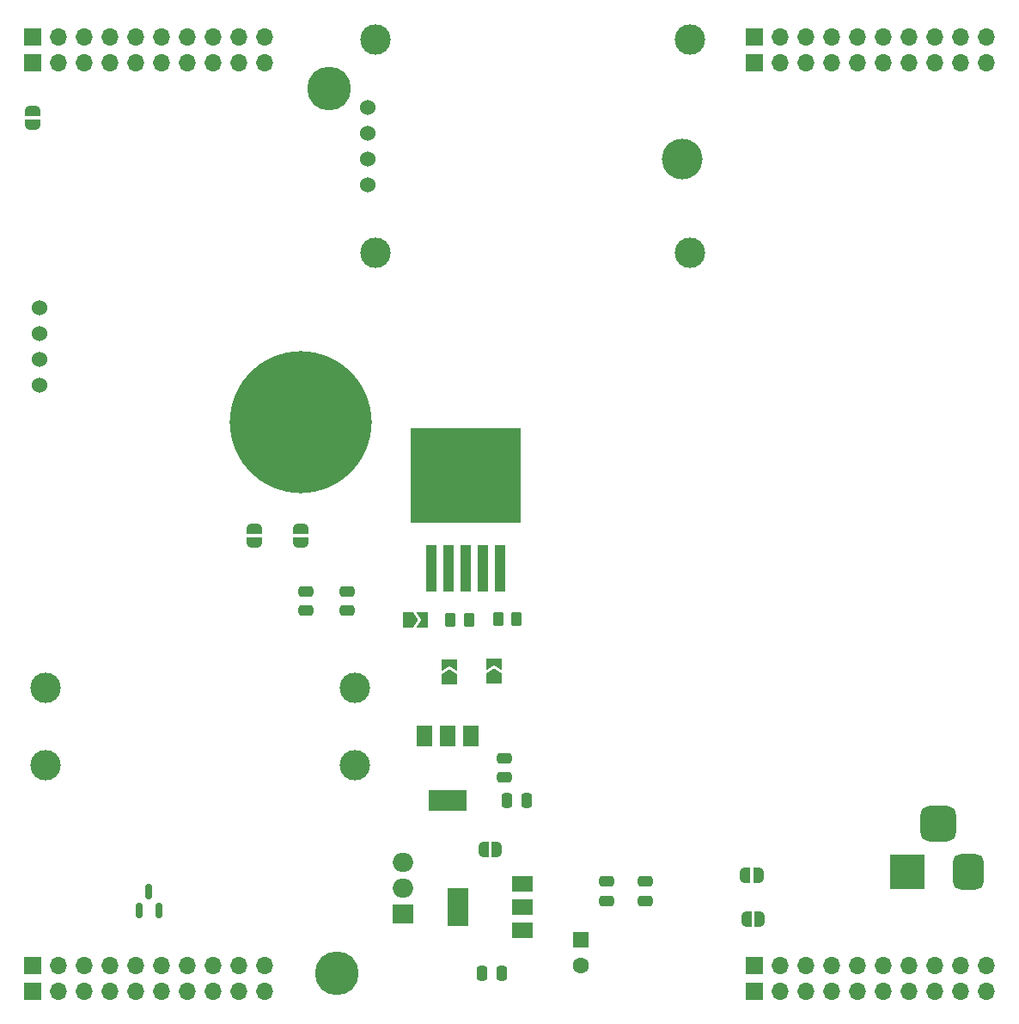
<source format=gbr>
%TF.GenerationSoftware,KiCad,Pcbnew,6.0.7-f9a2dced07~116~ubuntu20.04.1*%
%TF.CreationDate,2022-10-31T14:43:35+01:00*%
%TF.ProjectId,av_citynode_hw,61765f63-6974-4796-9e6f-64655f68772e,rev?*%
%TF.SameCoordinates,Original*%
%TF.FileFunction,Soldermask,Top*%
%TF.FilePolarity,Negative*%
%FSLAX46Y46*%
G04 Gerber Fmt 4.6, Leading zero omitted, Abs format (unit mm)*
G04 Created by KiCad (PCBNEW 6.0.7-f9a2dced07~116~ubuntu20.04.1) date 2022-10-31 14:43:35*
%MOMM*%
%LPD*%
G01*
G04 APERTURE LIST*
G04 Aperture macros list*
%AMRoundRect*
0 Rectangle with rounded corners*
0 $1 Rounding radius*
0 $2 $3 $4 $5 $6 $7 $8 $9 X,Y pos of 4 corners*
0 Add a 4 corners polygon primitive as box body*
4,1,4,$2,$3,$4,$5,$6,$7,$8,$9,$2,$3,0*
0 Add four circle primitives for the rounded corners*
1,1,$1+$1,$2,$3*
1,1,$1+$1,$4,$5*
1,1,$1+$1,$6,$7*
1,1,$1+$1,$8,$9*
0 Add four rect primitives between the rounded corners*
20,1,$1+$1,$2,$3,$4,$5,0*
20,1,$1+$1,$4,$5,$6,$7,0*
20,1,$1+$1,$6,$7,$8,$9,0*
20,1,$1+$1,$8,$9,$2,$3,0*%
%AMFreePoly0*
4,1,22,0.500000,-0.750000,0.000000,-0.750000,0.000000,-0.745033,-0.079941,-0.743568,-0.215256,-0.701293,-0.333266,-0.622738,-0.424486,-0.514219,-0.481581,-0.384460,-0.499164,-0.250000,-0.500000,-0.250000,-0.500000,0.250000,-0.499164,0.250000,-0.499963,0.256109,-0.478152,0.396186,-0.417904,0.524511,-0.324060,0.630769,-0.204165,0.706417,-0.067858,0.745374,0.000000,0.744959,0.000000,0.750000,
0.500000,0.750000,0.500000,-0.750000,0.500000,-0.750000,$1*%
%AMFreePoly1*
4,1,20,0.000000,0.744959,0.073905,0.744508,0.209726,0.703889,0.328688,0.626782,0.421226,0.519385,0.479903,0.390333,0.500000,0.250000,0.500000,-0.250000,0.499851,-0.262216,0.476331,-0.402017,0.414519,-0.529596,0.319384,-0.634700,0.198574,-0.708877,0.061801,-0.746166,0.000000,-0.745033,0.000000,-0.750000,-0.500000,-0.750000,-0.500000,0.750000,0.000000,0.750000,0.000000,0.744959,
0.000000,0.744959,$1*%
%AMFreePoly2*
4,1,6,1.000000,0.000000,0.500000,-0.750000,-0.500000,-0.750000,-0.500000,0.750000,0.500000,0.750000,1.000000,0.000000,1.000000,0.000000,$1*%
%AMFreePoly3*
4,1,6,0.500000,-0.750000,-0.650000,-0.750000,-0.150000,0.000000,-0.650000,0.750000,0.500000,0.750000,0.500000,-0.750000,0.500000,-0.750000,$1*%
G04 Aperture macros list end*
%ADD10R,1.700000X1.700000*%
%ADD11O,1.700000X1.700000*%
%ADD12R,1.500000X2.000000*%
%ADD13R,3.800000X2.000000*%
%ADD14R,1.100000X4.600000*%
%ADD15R,10.800000X9.400000*%
%ADD16RoundRect,0.150000X0.150000X-0.587500X0.150000X0.587500X-0.150000X0.587500X-0.150000X-0.587500X0*%
%ADD17RoundRect,0.250000X0.475000X-0.250000X0.475000X0.250000X-0.475000X0.250000X-0.475000X-0.250000X0*%
%ADD18C,4.300000*%
%ADD19C,3.000000*%
%ADD20FreePoly0,0.000000*%
%ADD21FreePoly1,0.000000*%
%ADD22C,14.000000*%
%ADD23RoundRect,0.250000X-0.475000X0.250000X-0.475000X-0.250000X0.475000X-0.250000X0.475000X0.250000X0*%
%ADD24RoundRect,0.250000X-0.250000X-0.475000X0.250000X-0.475000X0.250000X0.475000X-0.250000X0.475000X0*%
%ADD25FreePoly2,90.000000*%
%ADD26FreePoly3,90.000000*%
%ADD27C,1.524000*%
%ADD28RoundRect,0.250000X0.262500X0.450000X-0.262500X0.450000X-0.262500X-0.450000X0.262500X-0.450000X0*%
%ADD29FreePoly0,270.000000*%
%ADD30FreePoly1,270.000000*%
%ADD31FreePoly2,0.000000*%
%ADD32FreePoly3,0.000000*%
%ADD33R,2.000000X1.905000*%
%ADD34O,2.000000X1.905000*%
%ADD35RoundRect,0.250000X-0.262500X-0.450000X0.262500X-0.450000X0.262500X0.450000X-0.262500X0.450000X0*%
%ADD36C,4.000000*%
%ADD37R,1.600000X1.600000*%
%ADD38C,1.600000*%
%ADD39R,2.000000X1.500000*%
%ADD40R,2.000000X3.800000*%
%ADD41R,3.500000X3.500000*%
%ADD42RoundRect,0.750000X0.750000X1.000000X-0.750000X1.000000X-0.750000X-1.000000X0.750000X-1.000000X0*%
%ADD43RoundRect,0.875000X0.875000X0.875000X-0.875000X0.875000X-0.875000X-0.875000X0.875000X-0.875000X0*%
G04 APERTURE END LIST*
D10*
%TO.C,J10*%
X110236000Y-171704000D03*
D11*
X112776000Y-171704000D03*
X115316000Y-171704000D03*
X117856000Y-171704000D03*
X120396000Y-171704000D03*
X122936000Y-171704000D03*
X125476000Y-171704000D03*
X128016000Y-171704000D03*
X130556000Y-171704000D03*
X133096000Y-171704000D03*
%TD*%
D12*
%TO.C,U7*%
X153430000Y-240588000D03*
D13*
X151130000Y-246888000D03*
D12*
X151130000Y-240588000D03*
X148830000Y-240588000D03*
%TD*%
D14*
%TO.C,U6*%
X149508000Y-224034000D03*
X151208000Y-224034000D03*
X152908000Y-224034000D03*
D15*
X152908000Y-214884000D03*
D14*
X154608000Y-224034000D03*
X156308000Y-224034000D03*
%TD*%
D16*
%TO.C,Q1*%
X120716000Y-257731500D03*
X122616000Y-257731500D03*
X121666000Y-255856500D03*
%TD*%
D17*
%TO.C,C13*%
X156718000Y-244663000D03*
X156718000Y-242763000D03*
%TD*%
D10*
%TO.C,J11*%
X181356000Y-265684000D03*
D11*
X183896000Y-265684000D03*
X186436000Y-265684000D03*
X188976000Y-265684000D03*
X191516000Y-265684000D03*
X194056000Y-265684000D03*
X196596000Y-265684000D03*
X199136000Y-265684000D03*
X201676000Y-265684000D03*
X204216000Y-265684000D03*
%TD*%
D18*
%TO.C,H5*%
X139446000Y-176784000D03*
%TD*%
D10*
%TO.C,J17*%
X110236000Y-174244000D03*
D11*
X112776000Y-174244000D03*
X115316000Y-174244000D03*
X117856000Y-174244000D03*
X120396000Y-174244000D03*
X122936000Y-174244000D03*
X125476000Y-174244000D03*
X128016000Y-174244000D03*
X130556000Y-174244000D03*
X133096000Y-174244000D03*
%TD*%
D19*
%TO.C,U5*%
X141986000Y-243459000D03*
X141986000Y-235839000D03*
X111506000Y-235839000D03*
X111506000Y-243459000D03*
%TD*%
D10*
%TO.C,J19*%
X110236000Y-263144000D03*
D11*
X112776000Y-263144000D03*
X115316000Y-263144000D03*
X117856000Y-263144000D03*
X120396000Y-263144000D03*
X122936000Y-263144000D03*
X125476000Y-263144000D03*
X128016000Y-263144000D03*
X130556000Y-263144000D03*
X133096000Y-263144000D03*
%TD*%
D20*
%TO.C,JP6*%
X154656000Y-251714000D03*
D21*
X155956000Y-251714000D03*
%TD*%
D22*
%TO.C,H8*%
X136601200Y-209702400D03*
%TD*%
D23*
%TO.C,C19*%
X170561000Y-254889000D03*
X170561000Y-256789000D03*
%TD*%
D24*
%TO.C,C12*%
X156972000Y-246888000D03*
X158872000Y-246888000D03*
%TD*%
D25*
%TO.C,JP9*%
X151257000Y-235003000D03*
D26*
X151257000Y-233553000D03*
%TD*%
D10*
%TO.C,J12*%
X110236000Y-265684000D03*
D11*
X112776000Y-265684000D03*
X115316000Y-265684000D03*
X117856000Y-265684000D03*
X120396000Y-265684000D03*
X122936000Y-265684000D03*
X125476000Y-265684000D03*
X128016000Y-265684000D03*
X130556000Y-265684000D03*
X133096000Y-265684000D03*
%TD*%
D23*
%TO.C,C11*%
X141224000Y-226314000D03*
X141224000Y-228214000D03*
%TD*%
D27*
%TO.C,U4*%
X110871000Y-198374000D03*
X110871000Y-200914000D03*
X110871000Y-203454000D03*
X110871000Y-205994000D03*
%TD*%
D28*
%TO.C,R4*%
X157908000Y-229054000D03*
X156083000Y-229054000D03*
%TD*%
D20*
%TO.C,JP10*%
X180437000Y-254254000D03*
D21*
X181737000Y-254254000D03*
%TD*%
D20*
%TO.C,JP11*%
X180564000Y-258572000D03*
D21*
X181864000Y-258572000D03*
%TD*%
D10*
%TO.C,J16*%
X181356000Y-174244000D03*
D11*
X183896000Y-174244000D03*
X186436000Y-174244000D03*
X188976000Y-174244000D03*
X191516000Y-174244000D03*
X194056000Y-174244000D03*
X196596000Y-174244000D03*
X199136000Y-174244000D03*
X201676000Y-174244000D03*
X204216000Y-174244000D03*
%TD*%
D29*
%TO.C,JP12*%
X136652000Y-220203000D03*
D30*
X136652000Y-221503000D03*
%TD*%
D10*
%TO.C,J18*%
X181356000Y-263144000D03*
D11*
X183896000Y-263144000D03*
X186436000Y-263144000D03*
X188976000Y-263144000D03*
X191516000Y-263144000D03*
X194056000Y-263144000D03*
X196596000Y-263144000D03*
X199136000Y-263144000D03*
X201676000Y-263144000D03*
X204216000Y-263144000D03*
%TD*%
D31*
%TO.C,JP7*%
X147190800Y-229108000D03*
D32*
X148640800Y-229108000D03*
%TD*%
D23*
%TO.C,C10*%
X137160000Y-226314000D03*
X137160000Y-228214000D03*
%TD*%
D33*
%TO.C,U8*%
X146741000Y-258064000D03*
D34*
X146741000Y-255524000D03*
X146741000Y-252984000D03*
%TD*%
D23*
%TO.C,C18*%
X166751000Y-254889000D03*
X166751000Y-256789000D03*
%TD*%
D29*
%TO.C,JP4*%
X132080000Y-220188000D03*
D30*
X132080000Y-221488000D03*
%TD*%
D35*
%TO.C,R5*%
X151384000Y-229108000D03*
X153209000Y-229108000D03*
%TD*%
D18*
%TO.C,H6*%
X140208000Y-263906000D03*
%TD*%
D19*
%TO.C,U14*%
X175006000Y-171999000D03*
X144006000Y-192999000D03*
X144006000Y-171999000D03*
D36*
X174256000Y-183749000D03*
D19*
X175006000Y-192999000D03*
D27*
X143256000Y-178689000D03*
X143256000Y-181229000D03*
X143256000Y-183769000D03*
X143256000Y-186309000D03*
%TD*%
D25*
%TO.C,JP8*%
X155702000Y-234913000D03*
D26*
X155702000Y-233463000D03*
%TD*%
D37*
%TO.C,C20*%
X164211000Y-260668888D03*
D38*
X164211000Y-263168888D03*
%TD*%
D24*
%TO.C,C16*%
X154498000Y-263906000D03*
X156398000Y-263906000D03*
%TD*%
D39*
%TO.C,U15*%
X158446000Y-259729000D03*
X158446000Y-257429000D03*
X158446000Y-255129000D03*
D40*
X152146000Y-257429000D03*
%TD*%
D29*
%TO.C,JP3*%
X110236000Y-179040000D03*
D30*
X110236000Y-180340000D03*
%TD*%
D41*
%TO.C,J8*%
X196438000Y-253941500D03*
D42*
X202438000Y-253941500D03*
D43*
X199438000Y-249241500D03*
%TD*%
D10*
%TO.C,J9*%
X181356000Y-171704000D03*
D11*
X183896000Y-171704000D03*
X186436000Y-171704000D03*
X188976000Y-171704000D03*
X191516000Y-171704000D03*
X194056000Y-171704000D03*
X196596000Y-171704000D03*
X199136000Y-171704000D03*
X201676000Y-171704000D03*
X204216000Y-171704000D03*
%TD*%
M02*

</source>
